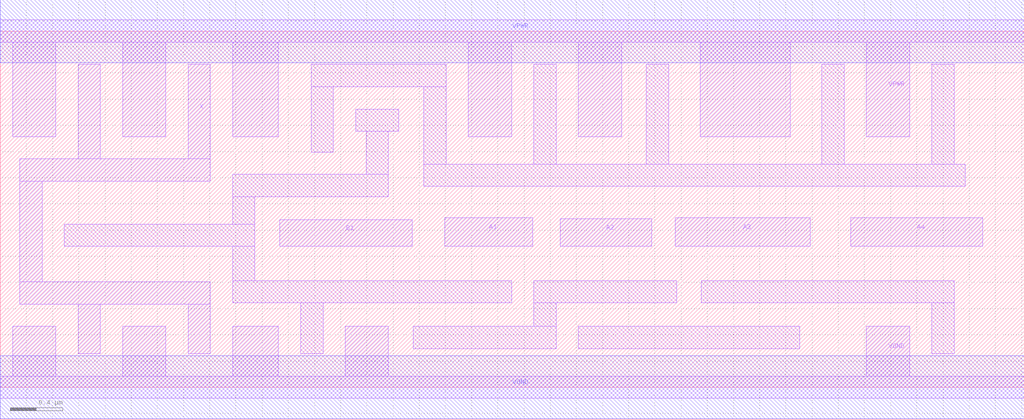
<source format=lef>
# Copyright 2020 The SkyWater PDK Authors
#
# Licensed under the Apache License, Version 2.0 (the "License");
# you may not use this file except in compliance with the License.
# You may obtain a copy of the License at
#
#     https://www.apache.org/licenses/LICENSE-2.0
#
# Unless required by applicable law or agreed to in writing, software
# distributed under the License is distributed on an "AS IS" BASIS,
# WITHOUT WARRANTIES OR CONDITIONS OF ANY KIND, either express or implied.
# See the License for the specific language governing permissions and
# limitations under the License.
#
# SPDX-License-Identifier: Apache-2.0

VERSION 5.5 ;
NAMESCASESENSITIVE ON ;
BUSBITCHARS "[]" ;
DIVIDERCHAR "/" ;
MACRO sky130_fd_sc_hd__a41o_4
  CLASS CORE ;
  SOURCE USER ;
  ORIGIN  0.000000  0.000000 ;
  SIZE  7.820000 BY  2.720000 ;
  SYMMETRY X Y R90 ;
  SITE unithd ;
  PIN A1
    ANTENNAGATEAREA  0.495000 ;
    DIRECTION INPUT ;
    USE SIGNAL ;
    PORT
      LAYER li1 ;
        RECT 3.395000 1.075000 4.065000 1.295000 ;
    END
  END A1
  PIN A2
    ANTENNAGATEAREA  0.495000 ;
    DIRECTION INPUT ;
    USE SIGNAL ;
    PORT
      LAYER li1 ;
        RECT 4.275000 1.075000 4.975000 1.285000 ;
    END
  END A2
  PIN A3
    ANTENNAGATEAREA  0.495000 ;
    DIRECTION INPUT ;
    USE SIGNAL ;
    PORT
      LAYER li1 ;
        RECT 5.155000 1.075000 6.185000 1.295000 ;
    END
  END A3
  PIN A4
    ANTENNAGATEAREA  0.495000 ;
    DIRECTION INPUT ;
    USE SIGNAL ;
    PORT
      LAYER li1 ;
        RECT 6.495000 1.075000 7.505000 1.295000 ;
    END
  END A4
  PIN B1
    ANTENNAGATEAREA  0.495000 ;
    DIRECTION INPUT ;
    USE SIGNAL ;
    PORT
      LAYER li1 ;
        RECT 2.135000 1.075000 3.145000 1.280000 ;
    END
  END B1
  PIN X
    ANTENNADIFFAREA  0.891000 ;
    DIRECTION OUTPUT ;
    USE SIGNAL ;
    PORT
      LAYER li1 ;
        RECT 0.150000 0.635000 1.605000 0.805000 ;
        RECT 0.150000 0.805000 0.320000 1.575000 ;
        RECT 0.150000 1.575000 1.605000 1.745000 ;
        RECT 0.595000 0.255000 0.765000 0.635000 ;
        RECT 0.595000 1.745000 0.765000 2.465000 ;
        RECT 1.435000 0.255000 1.605000 0.635000 ;
        RECT 1.435000 1.745000 1.605000 2.465000 ;
    END
  END X
  PIN VGND
    DIRECTION INOUT ;
    SHAPE ABUTMENT ;
    USE GROUND ;
    PORT
      LAYER li1 ;
        RECT 0.000000 -0.085000 7.820000 0.085000 ;
        RECT 0.095000  0.085000 0.425000 0.465000 ;
        RECT 0.935000  0.085000 1.265000 0.465000 ;
        RECT 1.775000  0.085000 2.125000 0.465000 ;
        RECT 2.635000  0.085000 2.965000 0.465000 ;
        RECT 6.615000  0.085000 6.945000 0.465000 ;
    END
    PORT
      LAYER met1 ;
        RECT 0.000000 -0.240000 7.820000 0.240000 ;
    END
  END VGND
  PIN VPWR
    DIRECTION INOUT ;
    SHAPE ABUTMENT ;
    USE POWER ;
    PORT
      LAYER li1 ;
        RECT 0.000000 2.635000 7.820000 2.805000 ;
        RECT 0.095000 1.915000 0.425000 2.635000 ;
        RECT 0.935000 1.915000 1.265000 2.635000 ;
        RECT 1.775000 1.915000 2.125000 2.635000 ;
        RECT 3.575000 1.915000 3.905000 2.635000 ;
        RECT 4.415000 1.915000 4.745000 2.635000 ;
        RECT 5.345000 1.915000 6.035000 2.635000 ;
        RECT 6.615000 1.915000 6.945000 2.635000 ;
    END
    PORT
      LAYER met1 ;
        RECT 0.000000 2.480000 7.820000 2.960000 ;
    END
  END VPWR
  OBS
    LAYER li1 ;
      RECT 0.490000 1.075000 1.945000 1.245000 ;
      RECT 1.775000 0.645000 3.905000 0.815000 ;
      RECT 1.775000 0.815000 1.945000 1.075000 ;
      RECT 1.775000 1.245000 1.945000 1.455000 ;
      RECT 1.775000 1.455000 2.965000 1.625000 ;
      RECT 2.295000 0.255000 2.465000 0.645000 ;
      RECT 2.375000 1.795000 2.545000 2.295000 ;
      RECT 2.375000 2.295000 3.405000 2.465000 ;
      RECT 2.715000 1.955000 3.045000 2.125000 ;
      RECT 2.795000 1.625000 2.965000 1.955000 ;
      RECT 3.155000 0.295000 4.245000 0.465000 ;
      RECT 3.235000 1.535000 7.370000 1.705000 ;
      RECT 3.235000 1.705000 3.405000 2.295000 ;
      RECT 4.075000 0.465000 4.245000 0.645000 ;
      RECT 4.075000 0.645000 5.165000 0.815000 ;
      RECT 4.075000 1.705000 4.245000 2.465000 ;
      RECT 4.415000 0.295000 6.105000 0.465000 ;
      RECT 4.935000 1.705000 5.105000 2.465000 ;
      RECT 5.355000 0.645000 7.285000 0.815000 ;
      RECT 6.275000 1.705000 6.445000 2.465000 ;
      RECT 7.115000 0.255000 7.285000 0.645000 ;
      RECT 7.115000 1.705000 7.285000 2.465000 ;
  END
END sky130_fd_sc_hd__a41o_4

</source>
